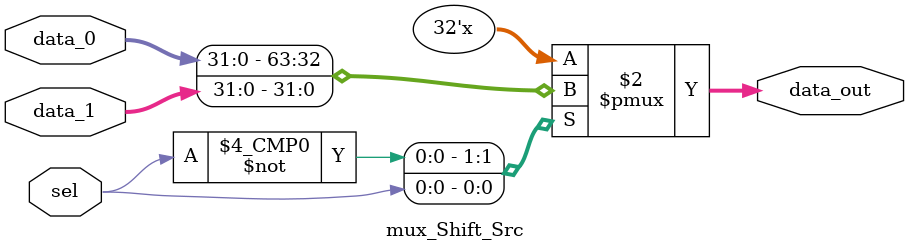
<source format=v>
module mux_Shift_Src (
    input wire         sel,
    input wire  [31:0] data_0, //vem do A 
    input wire  [31:0] data_1, // vem do B 
    output wire [31:0] data_out
);
    always @(sel) begin
        case (sel)
            1'd0: data_out = data_0;
            1'd1: data_out = data_1;
        endcase 
    end 

endmodule
</source>
